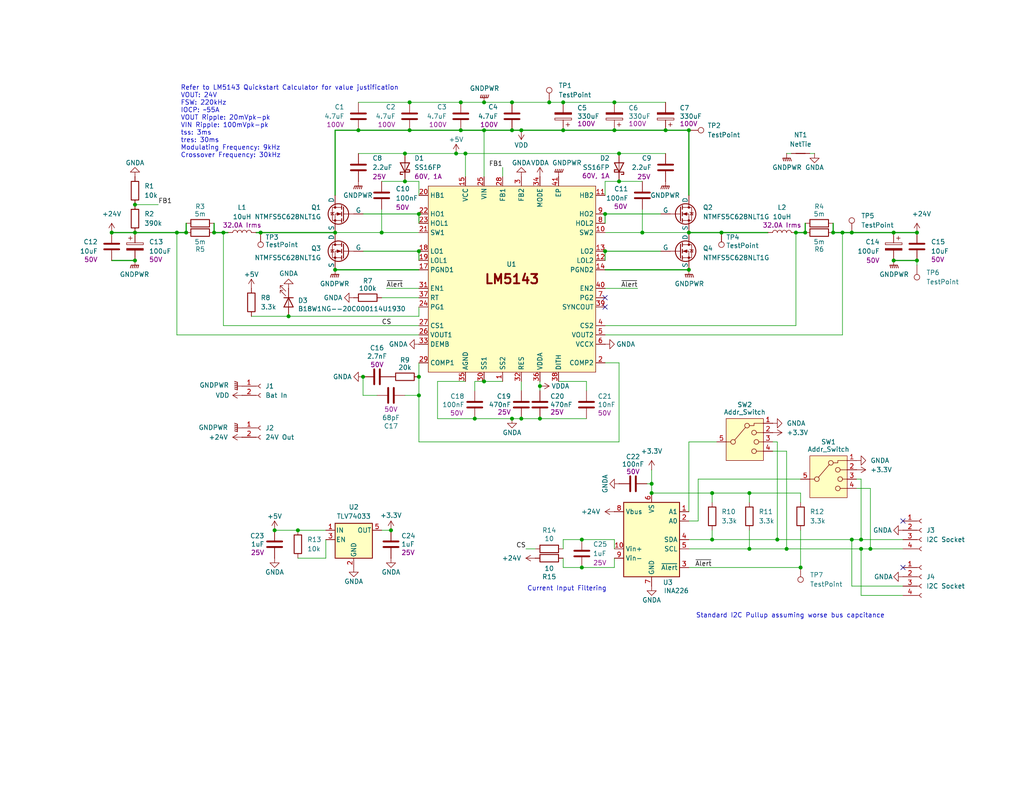
<source format=kicad_sch>
(kicad_sch (version 20250114) (generator "eeschema") (generator_version "9.0")
  (paper "USLetter")
  (title_block (title "LM5143 Buck") (date "2026-01-14") (rev "1"))
  (lib_symbols
    (symbol "Connector:Conn_01x02_Socket" (pin_names (offset 1.016) (hide yes))
      (property "Reference" "J" (at 0 2.54 0))
      (property "Value" "Conn_01x02_Socket" (at 0 -5.08 0))
      (symbol "Conn_01x02_Socket_1_1"
        (pin passive line (at -5.08 0 0) (length 3.81) (name "Pin_1") (number "1"))
        (pin passive line (at -5.08 -2.54 0) (length 3.81) (name "Pin_2") (number "2"))
      )
    )
    (symbol "Connector:Conn_01x04_Socket" (pin_names (offset 1.016) (hide yes))
      (property "Reference" "J" (at 0 5.08 0))
      (property "Value" "Conn_01x04_Socket" (at 0 -7.62 0))
      (symbol "Conn_01x04_Socket_1_1"
        (pin passive line (at -5.08 2.54 0) (length 3.81) (name "Pin_1") (number "1"))
        (pin passive line (at -5.08 0 0) (length 3.81) (name "Pin_2") (number "2"))
        (pin passive line (at -5.08 -2.54 0) (length 3.81) (name "Pin_3") (number "3"))
        (pin passive line (at -5.08 -5.08 0) (length 3.81) (name "Pin_4") (number "4"))
      )
    )
    (symbol "Connector:TestPoint" (pin_numbers (hide yes)) (pin_names (offset 0.762) (hide yes))
      (property "Reference" "TP" (at 0 6.858 0))
      (property "Value" "TestPoint" (at 0 5.08 0))
      (symbol "TestPoint_1_1"
        (pin passive line (at 0 0 90) (length 2.54) (name "1") (number "1"))
      )
    )
    (symbol "Device:C" (pin_numbers (hide yes)) (pin_names (offset 0.254))
      (property "Reference" "C" (at 0.635 2.54 0))
      (property "Value" "C" (at 0.635 -2.54 0))
      (symbol "C_1_1"
        (pin passive line (at 0 3.81 270) (length 2.794) (name "~") (number "1"))
        (pin passive line (at 0 -3.81 90) (length 2.794) (name "~") (number "2"))
      )
    )
    (symbol "Device:C_Polarized" (pin_numbers (hide yes)) (pin_names (offset 0.254))
      (property "Reference" "C" (at 0.635 2.54 0))
      (property "Value" "C_Polarized" (at 0.635 -2.54 0))
      (symbol "C_Polarized_1_1"
        (pin passive line (at 0 3.81 270) (length 2.794) (name "~") (number "1"))
        (pin passive line (at 0 -3.81 90) (length 2.794) (name "~") (number "2"))
      )
    )
    (symbol "Device:D_Schottky" (pin_numbers (hide yes)) (pin_names (offset 1.016) (hide yes))
      (property "Reference" "D" (at 0 2.54 0))
      (property "Value" "D_Schottky" (at 0 -2.54 0))
      (symbol "D_Schottky_1_1"
        (pin passive line (at -3.81 0 0) (length 2.54) (name "K") (number "1"))
        (pin passive line (at 3.81 0 180) (length 2.54) (name "A") (number "2"))
      )
    )
    (symbol "Device:L" (pin_numbers (hide yes)) (pin_names (offset 1.016) (hide yes))
      (property "Reference" "L" (at -1.27 0 90))
      (property "Value" "L" (at 1.905 0 90))
      (symbol "L_1_1"
        (pin passive line (at 0 3.81 270) (length 1.27) (name "1") (number "1"))
        (pin passive line (at 0 -3.81 90) (length 1.27) (name "2") (number "2"))
      )
    )
    (symbol "Device:LED" (pin_numbers (hide yes)) (pin_names (offset 1.016) (hide yes))
      (property "Reference" "D" (at 0 2.54 0))
      (property "Value" "LED" (at 0 -2.54 0))
      (symbol "LED_1_1"
        (pin passive line (at -3.81 0 0) (length 2.54) (name "K") (number "1"))
        (pin passive line (at 3.81 0 180) (length 2.54) (name "A") (number "2"))
      )
    )
    (symbol "Device:NetTie_2" (pin_numbers (hide yes)) (pin_names (offset 0) (hide yes)) (in_bom no)
      (property "Reference" "NT" (at 0 1.27 0))
      (property "Value" "NetTie_2" (at 0 -1.27 0))
      (symbol "NetTie_2_1_1"
        (pin passive line (at -2.54 0 0) (length 2.54) (name "1") (number "1"))
        (pin passive line (at 2.54 0 180) (length 2.54) (name "2") (number "2"))
      )
    )
    (symbol "Device:R" (pin_numbers (hide yes)) (pin_names (offset 0))
      (property "Reference" "R" (at 2.032 0 90))
      (property "Value" "R" (at 0 0 90))
      (symbol "R_1_1"
        (pin passive line (at 0 3.81 270) (length 1.27) (name "~") (number "1"))
        (pin passive line (at 0 -3.81 90) (length 1.27) (name "~") (number "2"))
      )
    )
    (symbol "Regulator_Linear:TLV70233_SOT23-5" (pin_names (offset 0.254))
      (property "Reference" "U" (at -3.81 5.715 0))
      (property "Value" "TLV70233_SOT23-5" (at 0 5.715 0))
      (symbol "TLV70233_SOT23-5_1_1"
        (pin power_in line (at -7.62 2.54 0) (length 2.54) (name "IN") (number "1"))
        (pin input line (at -7.62 0 0) (length 2.54) (name "EN") (number "3"))
        (pin power_in line (at 0 -7.62 90) (length 2.54) (name "GND") (number "2"))
        (pin no_connect line (at 5.08 0 180) (length 2.54) (hide yes) (name "NC") (number "4"))
        (pin power_out line (at 7.62 2.54 180) (length 2.54) (name "OUT") (number "5"))
      )
    )
    (symbol "Sensor_Energy:INA226"
      (property "Reference" "U" (at -6.35 11.43 0))
      (property "Value" "INA226" (at 3.81 11.43 0))
      (symbol "INA226_1_1"
        (pin input line (at -10.16 7.62 0) (length 2.54) (name "Vbus") (number "8"))
        (pin input line (at -10.16 -2.54 0) (length 2.54) (name "Vin+") (number "10"))
        (pin input line (at -10.16 -5.08 0) (length 2.54) (name "Vin-") (number "9"))
        (pin power_in line (at 0 12.7 270) (length 2.54) (name "VS") (number "6"))
        (pin power_in line (at 0 -12.7 90) (length 2.54) (name "GND") (number "7"))
        (pin input line (at 10.16 7.62 180) (length 2.54) (name "A1") (number "1"))
        (pin input line (at 10.16 5.08 180) (length 2.54) (name "A0") (number "2"))
        (pin bidirectional line (at 10.16 0 180) (length 2.54) (name "SDA") (number "4"))
        (pin input line (at 10.16 -2.54 180) (length 2.54) (name "SCL") (number "5"))
        (pin open_collector line (at 10.16 -7.62 180) (length 2.54) (name "~{Alert}") (number "3"))
      )
    )
    (symbol "Simulation_SPICE:NMOS" (pin_numbers (hide yes)) (pin_names (offset 0))
      (property "Reference" "Q1" (at 6.35 1.2701 0))
      (property "Value" "NTMFS5C628NLT1G" (at 6.35 -1.2699 0))
      (symbol "NMOS_1_1"
        (pin input line (at -5.08 0 0) (length 2.54) (name "G") (number "4"))
        (pin passive line (at 2.54 5.08 270) (length 2.54) (name "D") (number "5"))
        (pin passive line (at 2.54 -5.08 90) (length 2.54) (hide yes) (name "S") (number "1"))
        (pin passive line (at 2.54 -5.08 90) (length 2.54) (hide yes) (name "S") (number "2"))
        (pin passive line (at 2.54 -5.08 90) (length 2.54) (name "S") (number "3"))
      )
    )
    (symbol "Switch:SW_Rotary_1x4_MP" (pin_names (hide yes))
      (property "Reference" "J1" (at 0 10.16 0))
      (property "Value" "Addr_Jumper" (at 0 8.128 0))
      (symbol "SW_Rotary_1x4_MP_1_1"
        (pin passive line (at -7.62 0 0) (length 2.54) (name "") (number "5"))
        (pin passive line (at 7.62 5.08 180) (length 2.54) (name "") (number "1"))
        (pin passive line (at 7.62 2.54 180) (length 2.54) (name "") (number "2"))
        (pin passive line (at 7.62 0 180) (length 2.54) (name "") (number "3"))
        (pin passive line (at 7.62 -2.54 180) (length 2.54) (name "") (number "4"))
      )
    )
    (symbol "power:+24V" (power) (pin_numbers (hide yes)) (pin_names (offset 0) (hide yes))
      (property "Value" "+24V" (at 0 3.556 0))
      (symbol "+24V_1_1"
        (pin power_in line (at 0 0 90) (length 0) (name "~") (number "1"))
      )
    )
    (symbol "power:+3.3V" (power) (pin_numbers (hide yes)) (pin_names (offset 0) (hide yes))
      (property "Value" "+3.3V" (at 0 3.556 0))
      (symbol "+3.3V_1_1"
        (pin power_in line (at 0 0 90) (length 0) (name "~") (number "1"))
      )
    )
    (symbol "power:+5V" (power) (pin_numbers (hide yes)) (pin_names (offset 0) (hide yes))
      (property "Value" "+5V" (at 0 3.556 0))
      (symbol "+5V_1_1"
        (pin power_in line (at 0 0 90) (length 0) (name "~") (number "1"))
      )
    )
    (symbol "power:GNDA" (power) (pin_numbers (hide yes)) (pin_names (offset 0) (hide yes))
      (property "Value" "GNDA" (at 0 -3.81 0))
      (symbol "GNDA_1_1"
        (pin power_in line (at 0 0 270) (length 0) (name "~") (number "1"))
      )
    )
    (symbol "power:GNDPWR" (power) (pin_numbers (hide yes)) (pin_names (offset 0) (hide yes))
      (property "Value" "GNDPWR" (at 0 -3.302 0))
      (symbol "GNDPWR_1_1"
        (pin power_in line (at 0 0 270) (length 0) (name "~") (number "1"))
      )
    )
    (symbol "power:VDD" (power) (pin_numbers (hide yes)) (pin_names (offset 0) (hide yes))
      (property "Value" "VDD" (at 0 3.556 0))
      (symbol "VDD_1_1"
        (pin power_in line (at 0 0 90) (length 0) (name "~") (number "1"))
      )
    )
    (symbol "power:VDDA" (power) (pin_numbers (hide yes)) (pin_names (offset 0) (hide yes))
      (property "Value" "VDDA" (at 0 3.556 0))
      (symbol "VDDA_1_1"
        (pin power_in line (at 0 0 90) (length 0) (name "~") (number "1"))
      )
    )
    (symbol "symbols:LM5143"
      (property "Reference" "U" (at 0 0 0))
      (symbol "LM5143_1_1"
        (text "LM5143" (at 0 -30.48 0) (effects (font (size 2.54 2.54) (thickness 0.508) (bold yes))))
        (pin passive line (at -25.4 -7.62 0) (length 2.54) (name "HB1") (number "20"))
        (pin passive line (at -25.4 -12.7 0) (length 2.54) (name "HO1") (number "22"))
        (pin passive line (at -25.4 -15.24 0) (length 2.54) (name "HOL1") (number "23"))
        (pin passive line (at -25.4 -17.78 0) (length 2.54) (name "SW1") (number "21"))
        (pin passive line (at -25.4 -22.86 0) (length 2.54) (name "LO1") (number "18"))
        (pin passive line (at -25.4 -25.4 0) (length 2.54) (name "LOL1") (number "19"))
        (pin passive line (at -25.4 -27.94 0) (length 2.54) (name "PGND1") (number "17"))
        (pin passive line (at -25.4 -33.02 0) (length 2.54) (name "EN1") (number "31"))
        (pin passive line (at -25.4 -35.56 0) (length 2.54) (name "RT") (number "37"))
        (pin passive line (at -25.4 -38.1 0) (length 2.54) (name "PG1") (number "24"))
        (pin passive line (at -25.4 -43.18 0) (length 2.54) (name "CS1") (number "27"))
        (pin passive line (at -25.4 -45.72 0) (length 2.54) (name "VOUT1") (number "26"))
        (pin passive line (at -25.4 -48.26 0) (length 2.54) (name "DEMB") (number "33"))
        (pin passive line (at -25.4 -53.34 0) (length 2.54) (name "COMP1") (number "29"))
        (pin passive line (at -12.7 -2.54 270) (length 2.54) (name "VCC") (number "15"))
        (pin passive line (at -12.7 -2.54 270) (length 2.54) (hide yes) (name "VCC") (number "16"))
        (pin passive line (at -12.7 -58.42 90) (length 2.54) (name "AGND") (number "35"))
        (pin passive line (at -7.62 -2.54 270) (length 2.54) (name "VIN") (number "25"))
        (pin passive line (at -7.62 -58.42 90) (length 2.54) (name "SS1") (number "30"))
        (pin passive line (at -2.54 -2.54 270) (length 2.54) (name "FB1") (number "28"))
        (pin passive line (at -2.54 -58.42 90) (length 2.54) (name "SS2") (number "1"))
        (pin passive line (at 2.54 -2.54 270) (length 2.54) (name "FB2") (number "3"))
        (pin passive line (at 2.54 -58.42 90) (length 2.54) (name "RES") (number "32"))
        (pin passive line (at 7.62 -2.54 270) (length 2.54) (name "MODE") (number "34"))
        (pin passive line (at 7.62 -58.42 90) (length 2.54) (name "VDDA") (number "36"))
        (pin passive line (at 12.7 -2.54 270) (length 2.54) (name "EP") (number "41"))
        (pin passive line (at 12.7 -58.42 90) (length 2.54) (name "DITH") (number "38"))
        (pin passive line (at 25.4 -7.62 180) (length 2.54) (name "HB2") (number "11"))
        (pin passive line (at 25.4 -12.7 180) (length 2.54) (name "HO2") (number "9"))
        (pin passive line (at 25.4 -15.24 180) (length 2.54) (name "HOL2") (number "8"))
        (pin passive line (at 25.4 -17.78 180) (length 2.54) (name "SW2") (number "10"))
        (pin passive line (at 25.4 -22.86 180) (length 2.54) (name "LO2") (number "13"))
        (pin passive line (at 25.4 -25.4 180) (length 2.54) (name "LOL2") (number "12"))
        (pin passive line (at 25.4 -27.94 180) (length 2.54) (name "PGND2") (number "14"))
        (pin passive line (at 25.4 -33.02 180) (length 2.54) (name "EN2") (number "40"))
        (pin passive line (at 25.4 -35.56 180) (length 2.54) (name "PG2") (number "7"))
        (pin passive line (at 25.4 -38.1 180) (length 2.54) (name "SYNCOUT") (number "39"))
        (pin passive line (at 25.4 -43.18 180) (length 2.54) (name "CS2") (number "4"))
        (pin passive line (at 25.4 -45.72 180) (length 2.54) (name "VOUT2") (number "5"))
        (pin passive line (at 25.4 -48.26 180) (length 2.54) (name "VCCX") (number "6"))
        (pin passive line (at 25.4 -53.34 180) (length 2.54) (name "COMP2") (number "2"))
      )
    )
  )
  (text "Refer to LM5143 Quickstart Calculator for value justification\nVOUT: 24V\nFSW: 220kHz\nIOCP: ~55A\nVOUT Ripple: 20mVpk-pk\nVIN Ripple: 100mVpk-pk\ntss: 3ms\ntres: 30ms\nModulating Frequency: 9kHz\nCrossover Frequency: 30kHz" (at 49.276 33.274 0) (effects (font (size 1.27 1.27)) (justify left)))
  (text "Current Input Filtering" (at 154.686 160.782 0) (effects (font (size 1.27 1.27))))
  (text "Standard I2C Pullup assuming worse bus capcitance" (at 215.646 168.148 0) (effects (font (size 1.27 1.27))))
  (junction (at 187.96 63.5))
  (junction (at 232.41 147.32))
  (junction (at 181.61 35.56))
  (junction (at 114.3 102.87))
  (junction (at 165.1 68.58))
  (junction (at 177.8 132.08))
  (junction (at 139.7 35.56))
  (junction (at 124.46 41.91))
  (junction (at 229.87 63.5))
  (junction (at 196.85 63.5))
  (junction (at 36.83 63.5))
  (junction (at 91.44 63.5))
  (junction (at 243.84 71.12))
  (junction (at 74.93 144.78))
  (junction (at 132.08 27.94))
  (junction (at 58.42 63.5))
  (junction (at 99.06 102.87))
  (junction (at 36.83 71.12))
  (junction (at 132.08 35.56))
  (junction (at 111.76 27.94))
  (junction (at 218.44 154.94))
  (junction (at 232.41 63.5))
  (junction (at 139.7 27.94))
  (junction (at 81.28 144.78))
  (junction (at 147.32 114.3))
  (junction (at 125.73 27.94))
  (junction (at 132.08 104.14))
  (junction (at 97.79 35.56))
  (junction (at 48.26 63.5))
  (junction (at 142.24 114.3))
  (junction (at 165.1 58.42))
  (junction (at 60.96 63.5))
  (junction (at 212.09 147.32))
  (junction (at 111.76 35.56))
  (junction (at 147.32 105.41))
  (junction (at 127 41.91))
  (junction (at 167.64 35.56))
  (junction (at 50.8 63.5))
  (junction (at 217.17 63.5))
  (junction (at 139.7 114.3))
  (junction (at 125.73 35.56))
  (junction (at 114.3 107.95))
  (junction (at 167.64 27.94))
  (junction (at 175.26 63.5))
  (junction (at 187.96 73.66))
  (junction (at 110.49 49.53))
  (junction (at 194.31 147.32))
  (junction (at 114.3 68.58))
  (junction (at 158.75 147.32))
  (junction (at 237.49 149.86))
  (junction (at 78.74 86.36))
  (junction (at 158.75 154.94))
  (junction (at 91.44 73.66))
  (junction (at 110.49 41.91))
  (junction (at 204.47 134.62))
  (junction (at 168.91 49.53))
  (junction (at 219.71 63.5))
  (junction (at 204.47 149.86))
  (junction (at 214.63 149.86))
  (junction (at 187.96 35.56))
  (junction (at 129.54 114.3))
  (junction (at 168.91 41.91))
  (junction (at 114.3 58.42))
  (junction (at 104.14 63.5))
  (junction (at 142.24 35.56))
  (junction (at 234.95 147.32))
  (junction (at 194.31 134.62))
  (junction (at 106.68 144.78))
  (junction (at 250.19 63.5))
  (junction (at 177.8 134.62))
  (junction (at 71.12 63.5))
  (junction (at 153.67 27.94))
  (junction (at 30.48 63.5))
  (junction (at 149.86 27.94))
  (junction (at 36.83 55.88))
  (junction (at 250.19 71.12))
  (junction (at 153.67 35.56))
  (junction (at 227.33 63.5))
  (junction (at 234.95 149.86))
  (junction (at 243.84 63.5))
  (no_connect (at 246.38 154.94))
  (no_connect (at 165.1 83.82))
  (no_connect (at 165.1 81.28))
  (no_connect (at 246.38 142.24))
  (wire (pts (xy 119.38 114.3) (xy 129.54 114.3)))
  (wire (pts (xy 168.91 99.06) (xy 168.91 120.65)))
  (wire (pts (xy 214.63 149.86) (xy 234.95 149.86)))
  (wire (pts (xy 60.96 88.9) (xy 60.96 63.5)))
  (wire (pts (xy 212.09 120.65) (xy 210.82 120.65)))
  (wire (pts (xy 99.06 68.58) (xy 114.3 68.58)) (stroke (width 0.2032)))
  (wire (pts (xy 177.8 128.27) (xy 177.8 132.08)))
  (wire (pts (xy 187.96 120.65) (xy 187.96 139.7)))
  (wire (pts (xy 167.64 152.4) (xy 167.64 154.94)))
  (wire (pts (xy 250.19 72.39) (xy 250.19 71.12)))
  (wire (pts (xy 111.76 27.94) (xy 125.73 27.94)))
  (wire (pts (xy 88.9 152.4) (xy 81.28 152.4)))
  (wire (pts (xy 91.44 73.66) (xy 114.3 73.66)) (stroke (width 0.3048)))
  (wire (pts (xy 99.06 107.95) (xy 99.06 102.87)))
  (wire (pts (xy 48.26 63.5) (xy 48.26 91.44)))
  (wire (pts (xy 153.67 149.86) (xy 153.67 147.32)))
  (wire (pts (xy 194.31 134.62) (xy 194.31 137.16)))
  (wire (pts (xy 219.71 60.96) (xy 219.71 63.5)) (stroke (width 0.3048)))
  (wire (pts (xy 30.48 71.12) (xy 36.83 71.12)) (stroke (width 0.3048)))
  (wire (pts (xy 69.85 63.5) (xy 71.12 63.5)) (stroke (width 0.3048)))
  (wire (pts (xy 153.67 152.4) (xy 153.67 154.94)))
  (wire (pts (xy 125.73 27.94) (xy 132.08 27.94)))
  (wire (pts (xy 105.41 78.74) (xy 114.3 78.74)))
  (wire (pts (xy 168.91 49.53) (xy 165.1 49.53)))
  (wire (pts (xy 137.16 45.72) (xy 137.16 48.26)))
  (wire (pts (xy 102.87 107.95) (xy 99.06 107.95)))
  (wire (pts (xy 165.1 73.66) (xy 187.96 73.66)) (stroke (width 0.3048)))
  (wire (pts (xy 165.1 58.42) (xy 165.1 60.96)) (stroke (width 0.2032)))
  (wire (pts (xy 147.32 106.68) (xy 147.32 105.41)))
  (wire (pts (xy 91.44 63.5) (xy 104.14 63.5)))
  (wire (pts (xy 232.41 147.32) (xy 234.95 147.32)))
  (wire (pts (xy 114.3 120.65) (xy 114.3 107.95)))
  (wire (pts (xy 114.3 60.96) (xy 114.3 58.42)) (stroke (width 0.2032)))
  (wire (pts (xy 237.49 133.35) (xy 233.68 133.35)))
  (wire (pts (xy 127 41.91) (xy 168.91 41.91)))
  (wire (pts (xy 43.18 55.88) (xy 36.83 55.88)))
  (wire (pts (xy 180.34 58.42) (xy 165.1 58.42)) (stroke (width 0.2032)))
  (wire (pts (xy 60.96 63.5) (xy 62.23 63.5)) (stroke (width 0.3048)))
  (wire (pts (xy 168.91 41.91) (xy 181.61 41.91)))
  (wire (pts (xy 132.08 35.56) (xy 139.7 35.56)) (stroke (width 0.3048)))
  (wire (pts (xy 119.38 104.14) (xy 119.38 114.3)))
  (wire (pts (xy 177.8 132.08) (xy 177.8 134.62)))
  (wire (pts (xy 167.64 27.94) (xy 181.61 27.94)))
  (wire (pts (xy 142.24 114.3) (xy 147.32 114.3)))
  (wire (pts (xy 167.64 149.86) (xy 167.64 147.32)))
  (wire (pts (xy 97.79 35.56) (xy 111.76 35.56)) (stroke (width 0.3048)))
  (wire (pts (xy 114.3 88.9) (xy 60.96 88.9)))
  (wire (pts (xy 160.02 104.14) (xy 152.4 104.14)))
  (wire (pts (xy 180.34 68.58) (xy 165.1 68.58)) (stroke (width 0.2032)))
  (wire (pts (xy 250.19 71.12) (xy 243.84 71.12)) (stroke (width 0.3048)))
  (wire (pts (xy 243.84 63.5) (xy 250.19 63.5)) (stroke (width 0.3048)))
  (wire (pts (xy 147.32 114.3) (xy 160.02 114.3)))
  (wire (pts (xy 204.47 134.62) (xy 204.47 137.16)))
  (wire (pts (xy 71.12 63.5) (xy 91.44 63.5)) (stroke (width 0.3048)))
  (wire (pts (xy 212.09 147.32) (xy 212.09 120.65)))
  (wire (pts (xy 114.3 49.53) (xy 114.3 53.34)))
  (wire (pts (xy 234.95 162.56) (xy 234.95 149.86)))
  (wire (pts (xy 142.24 106.68) (xy 142.24 104.14)))
  (wire (pts (xy 139.7 27.94) (xy 149.86 27.94)))
  (wire (pts (xy 187.96 53.34) (xy 187.96 35.56)) (stroke (width 0.3048)))
  (wire (pts (xy 181.61 35.56) (xy 187.96 35.56)) (stroke (width 0.3048)))
  (wire (pts (xy 167.64 154.94) (xy 158.75 154.94)))
  (wire (pts (xy 48.26 63.5) (xy 50.8 63.5)) (stroke (width 0.3048)))
  (wire (pts (xy 168.91 120.65) (xy 114.3 120.65)))
  (wire (pts (xy 104.14 57.15) (xy 104.14 63.5)))
  (wire (pts (xy 194.31 147.32) (xy 212.09 147.32)))
  (wire (pts (xy 114.3 68.58) (xy 114.3 71.12)) (stroke (width 0.2032)))
  (wire (pts (xy 111.76 35.56) (xy 125.73 35.56)) (stroke (width 0.3048)))
  (wire (pts (xy 139.7 35.56) (xy 142.24 35.56)))
  (wire (pts (xy 99.06 58.42) (xy 114.3 58.42)) (stroke (width 0.2032)))
  (wire (pts (xy 165.1 68.58) (xy 165.1 71.12)) (stroke (width 0.2032)))
  (wire (pts (xy 229.87 91.44) (xy 229.87 63.5)))
  (wire (pts (xy 104.14 63.5) (xy 114.3 63.5)))
  (wire (pts (xy 139.7 114.3) (xy 142.24 114.3)))
  (wire (pts (xy 167.64 147.32) (xy 158.75 147.32)))
  (wire (pts (xy 81.28 144.78) (xy 88.9 144.78)))
  (wire (pts (xy 187.96 149.86) (xy 204.47 149.86)))
  (wire (pts (xy 214.63 149.86) (xy 214.63 123.19)))
  (wire (pts (xy 209.55 63.5) (xy 196.85 63.5)) (stroke (width 0.3048)))
  (wire (pts (xy 97.79 27.94) (xy 111.76 27.94)))
  (wire (pts (xy 110.49 107.95) (xy 114.3 107.95)))
  (wire (pts (xy 234.95 147.32) (xy 246.38 147.32)))
  (wire (pts (xy 204.47 134.62) (xy 218.44 134.62)))
  (wire (pts (xy 195.58 120.65) (xy 187.96 120.65)))
  (wire (pts (xy 143.51 149.86) (xy 146.05 149.86)))
  (wire (pts (xy 48.26 63.5) (xy 50.8 63.5)))
  (wire (pts (xy 153.67 154.94) (xy 158.75 154.94)))
  (wire (pts (xy 139.7 35.56) (xy 142.24 35.56)) (stroke (width 0.3048)))
  (wire (pts (xy 104.14 81.28) (xy 114.3 81.28)))
  (wire (pts (xy 165.1 88.9) (xy 217.17 88.9)))
  (wire (pts (xy 234.95 147.32) (xy 234.95 130.81)))
  (wire (pts (xy 187.96 154.94) (xy 218.44 154.94)))
  (wire (pts (xy 194.31 134.62) (xy 204.47 134.62)))
  (wire (pts (xy 220.98 41.91) (xy 222.25 41.91)))
  (wire (pts (xy 165.1 91.44) (xy 229.87 91.44)))
  (wire (pts (xy 50.8 60.96) (xy 50.8 63.5)) (stroke (width 0.3048)))
  (wire (pts (xy 204.47 149.86) (xy 204.47 144.78)))
  (wire (pts (xy 214.63 41.91) (xy 215.9 41.91)))
  (wire (pts (xy 129.54 106.68) (xy 129.54 104.14)))
  (wire (pts (xy 217.17 88.9) (xy 217.17 63.5)))
  (wire (pts (xy 125.73 35.56) (xy 132.08 35.56)) (stroke (width 0.3048)))
  (wire (pts (xy 218.44 134.62) (xy 218.44 137.16)))
  (wire (pts (xy 212.09 147.32) (xy 232.41 147.32)))
  (wire (pts (xy 190.5 130.81) (xy 218.44 130.81)))
  (wire (pts (xy 227.33 63.5) (xy 229.87 63.5)) (stroke (width 0.3048)))
  (wire (pts (xy 127 41.91) (xy 127 48.26)))
  (wire (pts (xy 165.1 78.74) (xy 173.99 78.74)))
  (wire (pts (xy 78.74 86.36) (xy 114.3 86.36)))
  (wire (pts (xy 114.3 102.87) (xy 114.3 99.06)))
  (wire (pts (xy 167.64 35.56) (xy 181.61 35.56)) (stroke (width 0.3048)))
  (wire (pts (xy 237.49 149.86) (xy 246.38 149.86)))
  (wire (pts (xy 165.1 99.06) (xy 168.91 99.06)))
  (wire (pts (xy 229.87 63.5) (xy 232.41 63.5)) (stroke (width 0.3048)))
  (wire (pts (xy 234.95 149.86) (xy 237.49 149.86)))
  (wire (pts (xy 232.41 63.5) (xy 243.84 63.5)) (stroke (width 0.3048)))
  (wire (pts (xy 227.33 60.96) (xy 227.33 63.5)) (stroke (width 0.3048)))
  (wire (pts (xy 176.53 132.08) (xy 177.8 132.08)))
  (wire (pts (xy 142.24 35.56) (xy 153.67 35.56)) (stroke (width 0.3048)))
  (wire (pts (xy 218.44 154.94) (xy 218.44 144.78)))
  (wire (pts (xy 168.91 49.53) (xy 175.26 49.53)))
  (wire (pts (xy 177.8 134.62) (xy 194.31 134.62)))
  (wire (pts (xy 194.31 147.32) (xy 187.96 147.32)))
  (wire (pts (xy 234.95 130.81) (xy 233.68 130.81)))
  (wire (pts (xy 204.47 149.86) (xy 214.63 149.86)))
  (wire (pts (xy 91.44 35.56) (xy 97.79 35.56)) (stroke (width 0.3048)))
  (wire (pts (xy 124.46 41.91) (xy 127 41.91)))
  (wire (pts (xy 175.26 57.15) (xy 175.26 63.5)))
  (wire (pts (xy 58.42 60.96) (xy 58.42 63.5)) (stroke (width 0.3048)))
  (wire (pts (xy 132.08 104.14) (xy 137.16 104.14)))
  (wire (pts (xy 153.67 147.32) (xy 158.75 147.32)))
  (wire (pts (xy 190.5 142.24) (xy 187.96 142.24)))
  (wire (pts (xy 74.93 144.78) (xy 81.28 144.78)))
  (wire (pts (xy 30.48 63.5) (xy 36.83 63.5)) (stroke (width 0.3048)))
  (wire (pts (xy 68.58 86.36) (xy 78.74 86.36)))
  (wire (pts (xy 149.86 27.94) (xy 153.67 27.94)))
  (wire (pts (xy 160.02 106.68) (xy 160.02 104.14)))
  (wire (pts (xy 147.32 105.41) (xy 147.32 104.14)))
  (wire (pts (xy 217.17 63.5) (xy 219.71 63.5)) (stroke (width 0.3048)))
  (wire (pts (xy 129.54 104.14) (xy 132.08 104.14)))
  (wire (pts (xy 153.67 35.56) (xy 167.64 35.56)) (stroke (width 0.3048)))
  (wire (pts (xy 175.26 63.5) (xy 187.96 63.5)))
  (wire (pts (xy 237.49 149.86) (xy 237.49 133.35)))
  (wire (pts (xy 190.5 130.81) (xy 190.5 142.24)))
  (wire (pts (xy 165.1 63.5) (xy 175.26 63.5)))
  (wire (pts (xy 91.44 53.34) (xy 91.44 35.56)) (stroke (width 0.3048)))
  (wire (pts (xy 153.67 27.94) (xy 167.64 27.94)))
  (wire (pts (xy 114.3 107.95) (xy 114.3 102.87)))
  (wire (pts (xy 132.08 35.56) (xy 132.08 48.26)))
  (wire (pts (xy 48.26 91.44) (xy 114.3 91.44)))
  (wire (pts (xy 194.31 147.32) (xy 194.31 144.78)))
  (wire (pts (xy 232.41 160.02) (xy 232.41 147.32)))
  (wire (pts (xy 104.14 144.78) (xy 106.68 144.78)))
  (wire (pts (xy 114.3 83.82) (xy 114.3 86.36)))
  (wire (pts (xy 132.08 27.94) (xy 139.7 27.94)))
  (wire (pts (xy 196.85 63.5) (xy 187.96 63.5)) (stroke (width 0.3048)))
  (wire (pts (xy 214.63 123.19) (xy 210.82 123.19)))
  (wire (pts (xy 246.38 160.02) (xy 232.41 160.02)))
  (wire (pts (xy 36.83 63.5) (xy 48.26 63.5)) (stroke (width 0.3048)))
  (wire (pts (xy 119.38 104.14) (xy 127 104.14)))
  (wire (pts (xy 97.79 41.91) (xy 110.49 41.91)))
  (wire (pts (xy 88.9 147.32) (xy 88.9 152.4)))
  (wire (pts (xy 104.14 49.53) (xy 110.49 49.53)))
  (wire (pts (xy 58.42 63.5) (xy 60.96 63.5)) (stroke (width 0.3048)))
  (wire (pts (xy 129.54 114.3) (xy 139.7 114.3)))
  (wire (pts (xy 110.49 41.91) (xy 124.46 41.91)))
  (wire (pts (xy 229.87 63.5) (xy 227.33 63.5)))
  (wire (pts (xy 125.73 35.56) (xy 132.08 35.56)))
  (wire (pts (xy 110.49 49.53) (xy 114.3 49.53)))
  (wire (pts (xy 165.1 49.53) (xy 165.1 53.34)))
  (wire (pts (xy 246.38 162.56) (xy 234.95 162.56)))
  (label "FB1" (at 43.18 55.88 0))
  (label "~{Alert}" (at 173.99 78.74 180))
  (label "CS" (at 104.14 88.9 0))
  (label "FB1" (at 137.16 45.72 180))
  (label "~{Alert}" (at 105.41 78.74 0))
  (label "CS" (at 143.51 149.86 180))
  (label "~{Alert}" (at 194.1983 154.94 180))
  (symbol (lib_id "power:GNDA") (at 165.1 93.98 90) (unit 1)
    (property "Reference" "#PWR022" (effects (hide yes)))
    (property "Value" "GNDA" (at 168.148 93.98 90) (effects (justify right)))
    (property "Description" "Power symbol creates a global label with name \"GNDA\" , analog ground" (effects (hide yes)))
  )
  (symbol (lib_id "Device:R") (at 81.28 148.59 0) (unit 1)
    (property "Reference" "R13" (at 83.82 147.3199 0) (effects (justify left)))
    (property "Value" "10k" (at 83.82 149.8599 0) (effects (justify left)))
    (property "Footprint" "Resistor_SMD:R_0603_1608Metric" (effects (hide yes)))
    (property "Description" "Resistor" (effects (hide yes)))
  )
  (symbol (lib_id "Device:C") (at 30.48 67.31 0) (mirror y) (unit 1)
    (property "Reference" "C12" (at 26.67 66.0399 0) (effects (justify left)))
    (property "Value" "10uF" (at 26.67 68.5799 0) (effects (justify left)))
    (property "Footprint" "Capacitor_SMD:C_1210_3225Metric" (effects (hide yes)))
    (property "Description" "Unpolarized capacitor" (effects (hide yes)))
    (property "Voltage" "50V" (at 26.67 70.866 0) (effects (justify left)))
  )
  (symbol (lib_id "power:GNDPWR") (at 66.04 116.84 270) (unit 1)
    (property "Reference" "#PWR028" (effects (hide yes)))
    (property "Value" "GNDPWR" (at 62.23 116.7129 90) (effects (justify right)))
    (property "Description" "Power symbol creates a global label with name \"GNDPWR\" , global ground" (effects (hide yes)))
  )
  (symbol (lib_id "Simulation_SPICE:NMOS") (at 93.98 68.58 0) (mirror y) (unit 1)
    (property "Reference" "Q3" (at 87.63 67.818 0) (effects (justify left)))
    (property "Value" "NTMFS5C628NLT1G" (at 87.63 70.358 0) (effects (justify left)))
    (property "Footprint" "Package_SO:ONSemi_SO-8FL_488AA" (effects (hide yes)))
    (property "Datasheet" "https://ngspice.sourceforge.io/docs/ngspice-html-manual/manual.xhtml#cha_MOSFETs" (effects (hide yes)))
    (property "Description" "N-MOSFET transistor, drain/source/gate" (effects (hide yes)))
    (property "Sim.Device" "NMOS" (effects (hide yes)))
    (property "Sim.Type" "VDMOS" (effects (hide yes)))
    (property "Sim.Pins" "1=S 2=S 3=S 4=G 5=D" (effects (hide yes)))
  )
  (symbol (lib_id "power:GNDA") (at 78.74 78.74 180) (unit 1)
    (property "Reference" "#PWR019" (effects (hide yes)))
    (property "Value" "GNDA" (at 78.74 74.676 0))
    (property "Description" "Power symbol creates a global label with name \"GNDA\" , analog ground" (effects (hide yes)))
  )
  (symbol (lib_id "Device:C_Polarized") (at 36.83 67.31 0) (unit 1)
    (property "Reference" "C13" (at 40.64 66.04 0) (effects (justify left)))
    (property "Value" "100uF" (at 40.64 68.58 0) (effects (justify left)))
    (property "Footprint" "Capacitor_THT:CP_Radial_D8.0mm_P3.50mm" (effects (hide yes)))
    (property "Description" "Polarized capacitor" (effects (hide yes)))
    (property "Voltage" "50V" (at 40.64 70.866 0) (effects (justify left)))
  )
  (symbol (lib_id "Connector:TestPoint") (at 250.19 72.39 180) (unit 1)
    (property "Reference" "TP6" (at 252.73 74.4219 0) (effects (justify right)))
    (property "Value" "TestPoint" (at 252.73 76.9619 0) (effects (justify right)))
    (property "Footprint" "TestPoint:TestPoint_Keystone_5000-5004_Miniature" (effects (hide yes)))
    (property "Description" "test point" (effects (hide yes)))
  )
  (symbol (lib_id "Switch:SW_Rotary_1x4_MP") (at 226.06 130.81 0) (unit 1)
    (property "Reference" "SW1" (at 226.06 120.65 0))
    (property "Value" "Addr_Switch" (at 226.06 122.682 0))
    (property "Footprint" "footprints:SLW-1478144-5A-S-D" (effects (hide yes)))
    (property "Description" "Rotary switch 1x4, SP4T with mount point" (effects (hide yes)))
  )
  (symbol (lib_id "Connector:TestPoint") (at 71.12 63.5 180) (unit 1)
    (property "Reference" "TP3" (at 72.39 64.77 0) (effects (justify right)))
    (property "Value" "TestPoint" (at 72.39 66.802 0) (effects (justify right)))
    (property "Footprint" "TestPoint:TestPoint_Keystone_5000-5004_Miniature" (effects (hide yes)))
    (property "Description" "test point" (effects (hide yes)))
  )
  (symbol (lib_id "power:GNDA") (at 139.7 114.3 0) (unit 1)
    (property "Reference" "#PWR026" (effects (hide yes)))
    (property "Value" "GNDA" (at 139.7 118.11 0))
    (property "Description" "Power symbol creates a global label with name \"GNDA\" , analog ground" (effects (hide yes)))
  )
  (symbol (lib_id "power:GNDA") (at 233.68 125.73 90) (unit 1)
    (property "Reference" "#PWR031" (effects (hide yes)))
    (property "Value" "GNDA" (at 237.49 125.7299 90) (effects (justify right)))
    (property "Description" "Power symbol creates a global label with name \"GNDA\" , analog ground" (effects (hide yes)))
  )
  (symbol (lib_id "power:+24V") (at 30.48 63.5 0) (unit 1)
    (property "Reference" "#PWR012" (effects (hide yes)))
    (property "Value" "+24V" (at 30.48 58.42 0))
    (property "Description" "Power symbol creates a global label with name \"+24V\"" (effects (hide yes)))
  )
  (symbol (lib_id "power:GNDA") (at 96.52 154.94 0) (unit 1)
    (property "Reference" "#PWR042" (effects (hide yes)))
    (property "Value" "GNDA" (at 96.52 158.75 0))
    (property "Description" "Power symbol creates a global label with name \"GNDA\" , analog ground" (effects (hide yes)))
  )
  (symbol (lib_id "Simulation_SPICE:NMOS") (at 185.42 68.58 0) (unit 1)
    (property "Reference" "Q4" (at 191.77 67.818 0) (effects (justify left)))
    (property "Value" "NTMFS5C628NLT1G" (at 191.77 70.358 0) (effects (justify left)))
    (property "Footprint" "Package_SO:ONSemi_SO-8FL_488AA" (effects (hide yes)))
    (property "Datasheet" "https://ngspice.sourceforge.io/docs/ngspice-html-manual/manual.xhtml#cha_MOSFETs" (effects (hide yes)))
    (property "Description" "N-MOSFET transistor, drain/source/gate" (effects (hide yes)))
    (property "Sim.Device" "NMOS" (effects (hide yes)))
    (property "Sim.Type" "VDMOS" (effects (hide yes)))
    (property "Sim.Pins" "1=S 2=S 3=S 4=G 5=D" (effects (hide yes)))
  )
  (symbol (lib_id "power:GNDA") (at 246.38 157.48 270) (unit 1)
    (property "Reference" "#PWR043" (effects (hide yes)))
    (property "Value" "GNDA" (at 241.046 157.48 90))
    (property "Description" "Power symbol creates a global label with name \"GNDA\" , analog ground" (effects (hide yes)))
  )
  (symbol (lib_id "Device:R") (at 204.47 140.97 0) (unit 1)
    (property "Reference" "R11" (at 207.01 139.6999 0) (effects (justify left)))
    (property "Value" "3.3k" (at 207.01 142.2399 0) (effects (justify left)))
    (property "Footprint" "Resistor_SMD:R_0603_1608Metric" (effects (hide yes)))
    (property "Description" "Resistor" (effects (hide yes)))
  )
  (symbol (lib_id "Connector:TestPoint") (at 196.85 63.5 180) (unit 1)
    (property "Reference" "TP4" (at 198.12 64.77 0) (effects (justify right)))
    (property "Value" "TestPoint" (at 198.12 67.056 0) (effects (justify right)))
    (property "Footprint" "TestPoint:TestPoint_Keystone_5000-5004_Miniature" (effects (hide yes)))
    (property "Description" "test point" (effects (hide yes)))
  )
  (symbol (lib_id "Device:R") (at 223.52 63.5 90) (mirror x) (unit 1)
    (property "Reference" "R6" (at 223.52 68.072 90))
    (property "Value" "5m" (at 223.52 66.04 90))
    (property "Footprint" "footprints:PCSR2512_Alt" (effects (hide yes)))
    (property "Description" "Resistor" (effects (hide yes)))
  )
  (symbol (lib_id "Device:D_Schottky") (at 168.91 45.72 270) (mirror x) (unit 1)
    (property "Reference" "D2" (at 166.37 43.18 90) (effects (justify right)))
    (property "Value" "SS16FP" (at 166.37 45.72 90) (effects (justify right)))
    (property "Footprint" "Diode_SMD:D_SMA" (effects (hide yes)))
    (property "Description" "Schottky diode" (effects (hide yes)))
    (property "Descr" "60V, 1A" (at 166.37 48.006 90) (effects (justify right)))
  )
  (symbol (lib_id "symbols:LM5143") (at 139.7 45.72 0) (unit 1)
    (property "Reference" "U1" (at 138.176 72.136 0) (effects (justify left)))
    (property "Footprint" "footprints:Texas_VQFN-40-1EP_6x6mm_P0.5mm_EP3.3x3.3mm_ThermalVias" (effects (hide yes)))
  )
  (symbol (lib_id "power:GNDA") (at 36.83 48.26 180) (unit 1)
    (property "Reference" "#PWR06" (effects (hide yes)))
    (property "Value" "GNDA" (at 36.83 44.45 0))
    (property "Description" "Power symbol creates a global label with name \"GNDA\" , analog ground" (effects (hide yes)))
  )
  (symbol (lib_id "Device:C") (at 125.73 31.75 0) (mirror y) (unit 1)
    (property "Reference" "C3" (at 121.92 29.21 0) (effects (justify left)))
    (property "Value" "4.7uF" (at 121.92 31.75 0) (effects (justify left)))
    (property "Footprint" "Capacitor_SMD:C_1210_3225Metric" (effects (hide yes)))
    (property "Description" "Unpolarized capacitor" (effects (hide yes)))
    (property "Voltage" "100V" (at 121.92 34.0361 0) (effects (justify left)))
  )
  (symbol (lib_id "power:+3.3V") (at 210.82 118.11 270) (unit 1)
    (property "Reference" "#PWR029" (effects (hide yes)))
    (property "Value" "+3.3V" (at 214.63 118.1099 90) (effects (justify left)))
    (property "Description" "Power symbol creates a global label with name \"+3.3V\"" (effects (hide yes)))
  )
  (symbol (lib_id "power:+3.3V") (at 177.8 128.27 0) (unit 1)
    (property "Reference" "#PWR033" (effects (hide yes)))
    (property "Value" "+3.3V" (at 177.8 123.19 0))
    (property "Description" "Power symbol creates a global label with name \"+3.3V\"" (effects (hide yes)))
  )
  (symbol (lib_id "Regulator_Linear:TLV70233_SOT23-5") (at 96.52 147.32 0) (unit 1)
    (property "Reference" "U2" (at 96.52 138.43 0))
    (property "Value" "TLV74033" (at 96.52 140.97 0))
    (property "Footprint" "Package_TO_SOT_SMD:SOT-23-5" (effects (hide yes)))
    (property "Datasheet" "http://www.ti.com/lit/ds/symlink/tlv702.pdf" (effects (hide yes)))
    (property "Description" "300mA Low Dropout Voltage Regulator, Fixed Output 3.3V, SOT-23-5" (effects (hide yes)))
  )
  (symbol (lib_id "Connector:Conn_01x04_Socket") (at 251.46 157.48 0) (unit 1)
    (property "Reference" "J4" (at 252.73 157.4799 0) (effects (justify left)))
    (property "Value" "I2C Socket" (at 252.73 160.0199 0) (effects (justify left)))
    (property "Footprint" "Connector_JST:JST_GH_SM04B-GHS-TB_1x04-1MP_P1.25mm_Horizontal" (effects (hide yes)))
    (property "Description" "Generic connector, single row, 01x04, script generated" (effects (hide yes)))
  )
  (symbol (lib_id "Simulation_SPICE:NMOS") (at 93.98 58.42 0) (mirror y) (unit 1)
    (property "Reference" "Q1" (at 87.63 56.642 0) (effects (justify left)))
    (property "Value" "NTMFS5C628NLT1G" (at 87.63 59.182 0) (effects (justify left)))
    (property "Footprint" "Package_SO:ONSemi_SO-8FL_488AA" (effects (hide yes)))
    (property "Datasheet" "https://ngspice.sourceforge.io/docs/ngspice-html-manual/manual.xhtml#cha_MOSFETs" (effects (hide yes)))
    (property "Description" "N-MOSFET transistor, drain/source/gate" (effects (hide yes)))
    (property "Sim.Device" "NMOS" (effects (hide yes)))
    (property "Sim.Type" "VDMOS" (effects (hide yes)))
    (property "Sim.Pins" "1=S 2=S 3=S 4=G 5=D" (effects (hide yes)))
  )
  (symbol (lib_id "Device:C") (at 158.75 151.13 0) (unit 1)
    (property "Reference" "C25" (at 161.798 148.59 0) (effects (justify left)))
    (property "Value" "1uF" (at 161.798 151.13 0) (effects (justify left)))
    (property "Footprint" "Capacitor_SMD:C_0603_1608Metric" (effects (hide yes)))
    (property "Description" "Unpolarized capacitor" (effects (hide yes)))
    (property "Voltage" "25V" (at 161.798 153.67 0) (effects (justify left)))
  )
  (symbol (lib_id "Device:C") (at 142.24 110.49 0) (mirror y) (unit 1)
    (property "Reference" "C19" (at 139.446 108.204 0) (effects (justify left)))
    (property "Value" "470nF" (at 139.446 110.49 0) (effects (justify left)))
    (property "Footprint" "Capacitor_SMD:C_0603_1608Metric" (effects (hide yes)))
    (property "Description" "Unpolarized capacitor" (effects (hide yes)))
    (property "Voltage" "25V" (at 139.446 112.522 0) (effects (justify left)))
  )
  (symbol (lib_id "power:GNDA") (at 210.82 115.57 90) (unit 1)
    (property "Reference" "#PWR027" (effects (hide yes)))
    (property "Value" "GNDA" (at 214.63 115.5699 90) (effects (justify right)))
    (property "Description" "Power symbol creates a global label with name \"GNDA\" , analog ground" (effects (hide yes)))
  )
  (symbol (lib_id "power:+3.3V") (at 233.68 128.27 270) (unit 1)
    (property "Reference" "#PWR032" (effects (hide yes)))
    (property "Value" "+3.3V" (at 237.49 128.2699 90) (effects (justify left)))
    (property "Description" "Power symbol creates a global label with name \"+3.3V\"" (effects (hide yes)))
  )
  (symbol (lib_id "Device:C_Polarized") (at 167.64 31.75 180) (unit 1)
    (property "Reference" "C6" (at 171.45 29.464 0) (effects (justify right)))
    (property "Value" "330uF" (at 171.45 31.75 0) (effects (justify right)))
    (property "Footprint" "Capacitor_THT:CP_Radial_D12.5mm_P5.00mm" (effects (hide yes)))
    (property "Description" "Polarized capacitor" (effects (hide yes)))
    (property "Voltage" "100V" (at 171.45 33.782 0) (effects (justify right)))
  )
  (symbol (lib_id "Connector:TestPoint") (at 187.96 35.56 270) (unit 1)
    (property "Reference" "TP2" (at 193.04 34.2899 90) (effects (justify left)))
    (property "Value" "TestPoint" (at 193.04 36.8299 90) (effects (justify left)))
    (property "Footprint" "TestPoint:TestPoint_Keystone_5000-5004_Miniature" (effects (hide yes)))
    (property "Description" "test point" (effects (hide yes)))
  )
  (symbol (lib_id "Device:L") (at 213.36 63.5 270) (mirror x) (unit 1)
    (property "Reference" "L2" (at 213.36 56.642 90))
    (property "Value" "10uH" (at 213.36 59.182 90))
    (property "Footprint" "footprints:ER26A" (effects (hide yes)))
    (property "Description" "Inductor" (effects (hide yes)))
    (property "Irms" "32.0A Irms" (at 213.36 61.468 90))
  )
  (symbol (lib_id "power:GNDA") (at 222.25 41.91 0) (unit 1)
    (property "Reference" "#PWR05" (effects (hide yes)))
    (property "Value" "GNDA" (at 222.25 45.72 0))
    (property "Description" "Power symbol creates a global label with name \"GNDA\" , analog ground" (effects (hide yes)))
  )
  (symbol (lib_id "Device:C") (at 104.14 53.34 0) (unit 1)
    (property "Reference" "C10" (at 107.95 51.562 0) (effects (justify left)))
    (property "Value" "100nF" (at 107.95 54.102 0) (effects (justify left)))
    (property "Footprint" "Capacitor_SMD:C_0603_1608Metric" (effects (hide yes)))
    (property "Description" "Unpolarized capacitor" (effects (hide yes)))
    (property "Voltage" "50V" (at 107.95 56.6421 0) (effects (justify left)))
  )
  (symbol (lib_id "Device:C") (at 181.61 45.72 0) (mirror y) (unit 1)
    (property "Reference" "C9" (at 177.8 43.18 0) (effects (justify left)))
    (property "Value" "2.2uF" (at 177.8 45.72 0) (effects (justify left)))
    (property "Footprint" "Capacitor_SMD:C_0805_2012Metric" (effects (hide yes)))
    (property "Description" "Unpolarized capacitor" (effects (hide yes)))
    (property "Voltage" "25V" (at 177.546 48.2601 0) (effects (justify left)))
  )
  (symbol (lib_id "power:+5V") (at 68.58 78.74 0) (unit 1)
    (property "Reference" "#PWR018" (effects (hide yes)))
    (property "Value" "+5V" (at 68.58 74.93 0))
    (property "Description" "Power symbol creates a global label with name \"+5V\"" (effects (hide yes)))
  )
  (symbol (lib_id "power:GNDA") (at 106.68 152.4 0) (unit 1)
    (property "Reference" "#PWR040" (effects (hide yes)))
    (property "Value" "GNDA" (at 106.68 156.21 0))
    (property "Description" "Power symbol creates a global label with name \"GNDA\" , analog ground" (effects (hide yes)))
  )
  (symbol (lib_id "Device:L") (at 66.04 63.5 270) (mirror x) (unit 1)
    (property "Reference" "L1" (at 66.04 56.642 90))
    (property "Value" "10uH" (at 66.04 59.182 90))
    (property "Footprint" "footprints:ER26A" (effects (hide yes)))
    (property "Description" "Inductor" (effects (hide yes)))
    (property "Irms" "32.0A Irms" (at 66.04 61.468 90))
  )
  (symbol (lib_id "Device:C_Polarized") (at 153.67 31.75 180) (unit 1)
    (property "Reference" "C5" (at 157.48 29.464 0) (effects (justify right)))
    (property "Value" "330uF" (at 157.48 31.75 0) (effects (justify right)))
    (property "Footprint" "Capacitor_THT:CP_Radial_D12.5mm_P5.00mm" (effects (hide yes)))
    (property "Description" "Polarized capacitor" (effects (hide yes)))
    (property "Voltage" "100V" (at 157.48 33.782 0) (effects (justify right)))
  )
  (symbol (lib_id "Device:C") (at 97.79 45.72 0) (unit 1)
    (property "Reference" "C8" (at 101.6 43.18 0) (effects (justify left)))
    (property "Value" "2.2uF" (at 101.6 45.72 0) (effects (justify left)))
    (property "Footprint" "Capacitor_SMD:C_0805_2012Metric" (effects (hide yes)))
    (property "Description" "Unpolarized capacitor" (effects (hide yes)))
    (property "Voltage" "25V" (at 101.6 48.26 0) (effects (justify left)))
  )
  (symbol (lib_id "power:GNDPWR") (at 36.83 71.12 0) (unit 1)
    (property "Reference" "#PWR014" (effects (hide yes)))
    (property "Value" "GNDPWR" (at 36.703 74.93 0))
    (property "Description" "Power symbol creates a global label with name \"GNDPWR\" , global ground" (effects (hide yes)))
  )
  (symbol (lib_id "power:VDDA") (at 147.32 105.41 270) (unit 1)
    (property "Reference" "#PWR045" (effects (hide yes)))
    (property "Value" "VDDA" (at 152.908 105.41 90))
    (property "Description" "Power symbol creates a global label with name \"VDDA\"" (effects (hide yes)))
  )
  (symbol (lib_id "power:+5V") (at 124.46 41.91 0) (unit 1)
    (property "Reference" "#PWR03" (effects (hide yes)))
    (property "Value" "+5V" (at 124.46 38.1 0))
    (property "Description" "Power symbol creates a global label with name \"+5V\"" (effects (hide yes)))
  )
  (symbol (lib_id "power:+24V") (at 66.04 119.38 90) (unit 1)
    (property "Reference" "#PWR030" (effects (hide yes)))
    (property "Value" "+24V" (at 62.23 119.3799 90) (effects (justify left)))
    (property "Description" "Power symbol creates a global label with name \"+24V\"" (effects (hide yes)))
  )
  (symbol (lib_id "Switch:SW_Rotary_1x4_MP") (at 203.2 120.65 0) (unit 1)
    (property "Reference" "SW2" (at 203.2 110.49 0))
    (property "Value" "Addr_Switch" (at 203.2 112.522 0))
    (property "Footprint" "footprints:SLW-1478144-5A-S-D" (effects (hide yes)))
    (property "Description" "Rotary switch 1x4, SP4T with mount point" (effects (hide yes)))
  )
  (symbol (lib_id "Device:R") (at 110.49 102.87 90) (unit 1)
    (property "Reference" "R9" (at 110.49 98.298 90))
    (property "Value" "20k" (at 110.49 100.33 90))
    (property "Footprint" "Resistor_SMD:R_0603_1608Metric" (effects (hide yes)))
    (property "Description" "Resistor" (effects (hide yes)))
  )
  (symbol (lib_id "power:GNDA") (at 142.24 48.26 180) (unit 1)
    (property "Reference" "#PWR07" (effects (hide yes)))
    (property "Value" "GNDA" (at 142.24 44.45 0))
    (property "Description" "Power symbol creates a global label with name \"GNDA\" , analog ground" (effects (hide yes)))
  )
  (symbol (lib_id "power:+24V") (at 167.64 139.7 90) (unit 1)
    (property "Reference" "#PWR035" (effects (hide yes)))
    (property "Value" "+24V" (at 163.83 139.6999 90) (effects (justify left)))
    (property "Description" "Power symbol creates a global label with name \"+24V\"" (effects (hide yes)))
  )
  (symbol (lib_id "Device:C") (at 160.02 110.49 0) (unit 1)
    (property "Reference" "C21" (at 163.068 108.204 0) (effects (justify left)))
    (property "Value" "10nF" (at 163.068 110.49 0) (effects (justify left)))
    (property "Footprint" "Capacitor_SMD:C_0603_1608Metric" (effects (hide yes)))
    (property "Description" "Unpolarized capacitor" (effects (hide yes)))
    (property "Voltage" "50V" (at 163.068 112.776 0) (effects (justify left)))
  )
  (symbol (lib_id "Connector:Conn_01x02_Socket") (at 71.12 105.41 0) (unit 1)
    (property "Reference" "J1" (at 72.39 105.4099 0) (effects (justify left)))
    (property "Value" "Bat In" (at 72.39 107.9499 0) (effects (justify left)))
    (property "Footprint" "footprints:XT60PW-F" (effects (hide yes)))
    (property "Description" "Generic connector, single row, 01x02, script generated" (effects (hide yes)))
  )
  (symbol (lib_id "power:GNDPWR") (at 132.08 27.94 180) (unit 1)
    (property "Reference" "#PWR01" (effects (hide yes)))
    (property "Value" "GNDPWR" (at 132.207 24.13 0))
    (property "Description" "Power symbol creates a global label with name \"GNDPWR\" , global ground" (effects (hide yes)))
  )
  (symbol (lib_id "Device:C") (at 106.68 148.59 0) (unit 1)
    (property "Reference" "C24" (at 109.474 146.304 0) (effects (justify left)))
    (property "Value" "1uF" (at 109.474 148.59 0) (effects (justify left)))
    (property "Footprint" "Capacitor_SMD:C_0603_1608Metric" (effects (hide yes)))
    (property "Description" "Unpolarized capacitor" (effects (hide yes)))
    (property "Voltage" "25V" (at 109.474 150.876 0) (effects (justify left)))
  )
  (symbol (lib_id "power:+3.3V") (at 106.68 144.78 0) (unit 1)
    (property "Reference" "#PWR037" (effects (hide yes)))
    (property "Value" "+3.3V" (at 106.68 140.716 0))
    (property "Description" "Power symbol creates a global label with name \"+3.3V\"" (effects (hide yes)))
  )
  (symbol (lib_id "power:GNDPWR") (at 181.61 49.53 0) (unit 1)
    (property "Reference" "#PWR011" (effects (hide yes)))
    (property "Value" "GNDPWR" (at 181.483 53.34 0))
    (property "Description" "Power symbol creates a global label with name \"GNDPWR\" , global ground" (effects (hide yes)))
  )
  (symbol (lib_id "power:GNDPWR") (at 91.44 73.66 0) (unit 1)
    (property "Reference" "#PWR016" (effects (hide yes)))
    (property "Value" "GNDPWR" (at 91.313 77.47 0))
    (property "Description" "Power symbol creates a global label with name \"GNDPWR\" , global ground" (effects (hide yes)))
  )
  (symbol (lib_id "Device:D_Schottky") (at 110.49 45.72 90) (unit 1)
    (property "Reference" "D1" (at 113.03 43.18 90) (effects (justify right)))
    (property "Value" "SS16FP" (at 113.03 45.72 90) (effects (justify right)))
    (property "Footprint" "Diode_SMD:D_SMA" (effects (hide yes)))
    (property "Description" "Schottky diode" (effects (hide yes)))
    (property "Descr" "60V, 1A" (at 113.03 48.1966 90) (effects (justify right)))
  )
  (symbol (lib_id "Device:C") (at 74.93 148.59 0) (mirror y) (unit 1)
    (property "Reference" "C23" (at 72.136 146.304 0) (effects (justify left)))
    (property "Value" "1uF" (at 72.136 148.59 0) (effects (justify left)))
    (property "Footprint" "Capacitor_SMD:C_0603_1608Metric" (effects (hide yes)))
    (property "Description" "Unpolarized capacitor" (effects (hide yes)))
    (property "Voltage" "25V" (at 72.136 150.876 0) (effects (justify left)))
  )
  (symbol (lib_id "Connector:Conn_01x02_Socket") (at 71.12 116.84 0) (unit 1)
    (property "Reference" "J2" (at 72.39 116.8399 0) (effects (justify left)))
    (property "Value" "24V Out" (at 72.39 119.3799 0) (effects (justify left)))
    (property "Footprint" "footprints:XT60PW-F" (effects (hide yes)))
    (property "Description" "Generic connector, single row, 01x02, script generated" (effects (hide yes)))
  )
  (symbol (lib_id "Device:R") (at 223.52 60.96 270) (mirror x) (unit 1)
    (property "Reference" "R4" (at 223.52 56.388 90))
    (property "Value" "5m" (at 223.52 58.42 90))
    (property "Footprint" "footprints:PCSR2512_Alt" (effects (hide yes)))
    (property "Description" "Resistor" (effects (hide yes)))
  )
  (symbol (lib_id "Device:C_Polarized") (at 181.61 31.75 180) (unit 1)
    (property "Reference" "C7" (at 185.42 29.464 0) (effects (justify right)))
    (property "Value" "330uF" (at 185.42 31.75 0) (effects (justify right)))
    (property "Footprint" "Capacitor_THT:CP_Radial_D12.5mm_P5.00mm" (effects (hide yes)))
    (property "Description" "Polarized capacitor" (effects (hide yes)))
    (property "Voltage" "100V" (at 185.42 33.782 0) (effects (justify right)))
  )
  (symbol (lib_id "Connector:TestPoint") (at 218.44 154.94 180) (unit 1)
    (property "Reference" "TP7" (at 220.98 156.9719 0) (effects (justify right)))
    (property "Value" "TestPoint" (at 220.98 159.5119 0) (effects (justify right)))
    (property "Footprint" "TestPoint:TestPoint_Pad_D2.0mm" (effects (hide yes)))
    (property "Description" "test point" (effects (hide yes)))
  )
  (symbol (lib_id "Device:R") (at 194.31 140.97 0) (unit 1)
    (property "Reference" "R10" (at 196.85 139.6999 0) (effects (justify left)))
    (property "Value" "3.3k" (at 196.85 142.2399 0) (effects (justify left)))
    (property "Footprint" "Resistor_SMD:R_0603_1608Metric" (effects (hide yes)))
    (property "Description" "Resistor" (effects (hide yes)))
  )
  (symbol (lib_id "power:VDD") (at 66.04 107.95 90) (unit 1)
    (property "Reference" "#PWR025" (effects (hide yes)))
    (property "Value" "VDD" (at 60.706 107.95 90))
    (property "Description" "Power symbol creates a global label with name \"VDD\"" (effects (hide yes)))
  )
  (symbol (lib_id "Device:R") (at 54.61 63.5 270) (unit 1)
    (property "Reference" "R5" (at 54.61 68.072 90))
    (property "Value" "5m" (at 54.61 66.04 90))
    (property "Footprint" "footprints:PCSR2512_Alt" (effects (hide yes)))
    (property "Description" "Resistor" (effects (hide yes)))
  )
  (symbol (lib_id "Device:C_Polarized") (at 243.84 67.31 0) (mirror y) (unit 1)
    (property "Reference" "C14" (at 240.03 66.04 0) (effects (justify left)))
    (property "Value" "100uF" (at 240.03 68.58 0) (effects (justify left)))
    (property "Footprint" "Capacitor_THT:CP_Radial_D8.0mm_P3.50mm" (effects (hide yes)))
    (property "Description" "Polarized capacitor" (effects (hide yes)))
    (property "Voltage" "50V" (at 240.03 71.12 0) (effects (justify left)))
  )
  (symbol (lib_id "power:GNDPWR") (at 97.79 49.53 0) (unit 1)
    (property "Reference" "#PWR010" (effects (hide yes)))
    (property "Value" "GNDPWR" (at 97.663 53.34 0))
    (property "Description" "Power symbol creates a global label with name \"GNDPWR\" , global ground" (effects (hide yes)))
  )
  (symbol (lib_id "power:GNDPWR") (at 66.04 105.41 270) (unit 1)
    (property "Reference" "#PWR024" (effects (hide yes)))
    (property "Value" "GNDPWR" (at 62.484 105.156 90) (effects (justify right)))
    (property "Description" "Power symbol creates a global label with name \"GNDPWR\" , global ground" (effects (hide yes)))
  )
  (symbol (lib_id "Device:C") (at 97.79 31.75 0) (mirror y) (unit 1)
    (property "Reference" "C1" (at 93.98 29.21 0) (effects (justify left)))
    (property "Value" "4.7uF" (at 93.98 31.75 0) (effects (justify left)))
    (property "Footprint" "Capacitor_SMD:C_1210_3225Metric" (effects (hide yes)))
    (property "Description" "Unpolarized capacitor" (effects (hide yes)))
    (property "Voltage" "100V" (at 93.98 34.0361 0) (effects (justify left)))
  )
  (symbol (lib_id "power:VDDA") (at 147.32 48.26 0) (unit 1)
    (property "Reference" "#PWR08" (effects (hide yes)))
    (property "Value" "VDDA" (at 147.32 44.45 0))
    (property "Description" "Power symbol creates a global label with name \"VDDA\"" (effects (hide yes)))
  )
  (symbol (lib_id "Device:R") (at 68.58 82.55 0) (unit 1)
    (property "Reference" "R8" (at 71.12 81.2799 0) (effects (justify left)))
    (property "Value" "3.3k" (at 71.12 83.8199 0) (effects (justify left)))
    (property "Footprint" "Resistor_SMD:R_0603_1608Metric" (effects (hide yes)))
    (property "Description" "Resistor" (effects (hide yes)))
  )
  (symbol (lib_id "Connector:Conn_01x04_Socket") (at 251.46 144.78 0) (unit 1)
    (property "Reference" "J3" (at 252.73 144.7799 0) (effects (justify left)))
    (property "Value" "I2C Socket" (at 252.73 147.3199 0) (effects (justify left)))
    (property "Footprint" "Connector_JST:JST_GH_SM04B-GHS-TB_1x04-1MP_P1.25mm_Horizontal" (effects (hide yes)))
    (property "Description" "Generic connector, single row, 01x04, script generated" (effects (hide yes)))
  )
  (symbol (lib_id "power:GNDA") (at 99.06 102.87 270) (unit 1)
    (property "Reference" "#PWR023" (effects (hide yes)))
    (property "Value" "GNDA" (at 96.012 102.87 90) (effects (justify right)))
    (property "Description" "Power symbol creates a global label with name \"GNDA\" , analog ground" (effects (hide yes)))
  )
  (symbol (lib_id "Device:R") (at 218.44 140.97 0) (unit 1)
    (property "Reference" "R12" (at 220.98 139.6999 0) (effects (justify left)))
    (property "Value" "3.3k" (at 220.98 142.2399 0) (effects (justify left)))
    (property "Footprint" "Resistor_SMD:R_0603_1608Metric" (effects (hide yes)))
    (property "Description" "Resistor" (effects (hide yes)))
  )
  (symbol (lib_id "Device:R") (at 100.33 81.28 90) (unit 1)
    (property "Reference" "R7" (at 100.33 76.708 90))
    (property "Value" "100k" (at 100.33 78.74 90))
    (property "Footprint" "Resistor_SMD:R_0603_1608Metric" (effects (hide yes)))
    (property "Description" "Resistor" (effects (hide yes)))
  )
  (symbol (lib_id "Device:R") (at 36.83 52.07 0) (unit 1)
    (property "Reference" "R1" (at 39.37 50.7999 0) (effects (justify left)))
    (property "Value" "10k" (at 39.37 53.3399 0) (effects (justify left)))
    (property "Footprint" "Resistor_SMD:R_0603_1608Metric" (effects (hide yes)))
    (property "Description" "Resistor" (effects (hide yes)))
  )
  (symbol (lib_id "Device:C") (at 102.87 102.87 90) (unit 1)
    (property "Reference" "C16" (at 102.87 94.996 90))
    (property "Value" "2.7nF" (at 102.87 97.282 90))
    (property "Footprint" "Capacitor_SMD:C_0603_1608Metric" (effects (hide yes)))
    (property "Description" "Unpolarized capacitor" (effects (hide yes)))
    (property "Voltage" "50V" (at 102.87 99.568 90))
  )
  (symbol (lib_id "Device:LED") (at 78.74 82.55 270) (unit 1)
    (property "Reference" "D3" (at 81.28 82.042 90) (effects (justify left)))
    (property "Value" "B18W1NG--20C000114U1930" (at 81.28 84.328 90) (effects (justify left)))
    (property "Footprint" "LED_SMD:LED_0603_1608Metric" (effects (hide yes)))
    (property "Description" "Light emitting diode" (effects (hide yes)))
    (property "Sim.Pins" "1=K 2=A" (effects (hide yes)))
  )
  (symbol (lib_id "Simulation_SPICE:NMOS") (at 185.42 58.42 0) (unit 1)
    (property "Reference" "Q2" (at 191.77 56.642 0) (effects (justify left)))
    (property "Value" "NTMFS5C628NLT1G" (at 191.77 59.182 0) (effects (justify left)))
    (property "Footprint" "Package_SO:ONSemi_SO-8FL_488AA" (effects (hide yes)))
    (property "Datasheet" "https://ngspice.sourceforge.io/docs/ngspice-html-manual/manual.xhtml#cha_MOSFETs" (effects (hide yes)))
    (property "Description" "N-MOSFET transistor, drain/source/gate" (effects (hide yes)))
    (property "Sim.Device" "NMOS" (effects (hide yes)))
    (property "Sim.Type" "VDMOS" (effects (hide yes)))
    (property "Sim.Pins" "1=S 2=S 3=S 4=G 5=D" (effects (hide yes)))
  )
  (symbol (lib_id "Device:C") (at 129.54 110.49 0) (mirror y) (unit 1)
    (property "Reference" "C18" (at 126.746 108.204 0) (effects (justify left)))
    (property "Value" "100nF" (at 126.746 110.49 0) (effects (justify left)))
    (property "Footprint" "Capacitor_SMD:C_0603_1608Metric" (effects (hide yes)))
    (property "Description" "Unpolarized capacitor" (effects (hide yes)))
    (property "Voltage" "50V" (at 126.492 112.776 0) (effects (justify left)))
  )
  (symbol (lib_id "power:GNDPWR") (at 243.84 71.12 0) (mirror y) (unit 1)
    (property "Reference" "#PWR015" (effects (hide yes)))
    (property "Value" "GNDPWR" (at 243.967 74.93 0))
    (property "Description" "Power symbol creates a global label with name \"GNDPWR\" , global ground" (effects (hide yes)))
  )
  (symbol (lib_id "power:VDD") (at 142.24 35.56 180) (unit 1)
    (property "Reference" "#PWR02" (effects (hide yes)))
    (property "Value" "VDD" (at 142.24 39.624 0))
    (property "Description" "Power symbol creates a global label with name \"VDD\"" (effects (hide yes)))
  )
  (symbol (lib_id "power:GNDA") (at 177.8 160.02 0) (unit 1)
    (property "Reference" "#PWR044" (effects (hide yes)))
    (property "Value" "GNDA" (at 177.8 163.83 0))
    (property "Description" "Power symbol creates a global label with name \"GNDA\" , analog ground" (effects (hide yes)))
  )
  (symbol (lib_id "Device:NetTie_2") (at 218.44 41.91 0) (unit 1) (in_bom no)
    (property "Reference" "NT1" (at 218.44 36.83 0))
    (property "Value" "NetTie" (at 218.44 39.37 0))
    (property "Footprint" "footprints:NetTie-2_SMD_Pad0.25mm" (effects (hide yes)))
    (property "Description" "Net tie, 2 pins" (effects (hide yes)))
  )
  (symbol (lib_id "Device:C") (at 139.7 31.75 0) (mirror y) (unit 1)
    (property "Reference" "C4" (at 135.89 29.21 0) (effects (justify left)))
    (property "Value" "4.7uF" (at 135.89 31.75 0) (effects (justify left)))
    (property "Footprint" "Capacitor_SMD:C_1210_3225Metric" (effects (hide yes)))
    (property "Description" "Unpolarized capacitor" (effects (hide yes)))
    (property "Voltage" "100V" (at 135.89 34.0361 0) (effects (justify left)))
  )
  (symbol (lib_id "power:GNDA") (at 246.38 144.78 270) (unit 1)
    (property "Reference" "#PWR038" (effects (hide yes)))
    (property "Value" "GNDA" (at 240.792 144.78 90))
    (property "Description" "Power symbol creates a global label with name \"GNDA\" , analog ground" (effects (hide yes)))
  )
  (symbol (lib_id "power:GNDA") (at 114.3 93.98 270) (unit 1)
    (property "Reference" "#PWR021" (effects (hide yes)))
    (property "Value" "GNDA" (at 111.252 93.98 90) (effects (justify right)))
    (property "Description" "Power symbol creates a global label with name \"GNDA\" , analog ground" (effects (hide yes)))
  )
  (symbol (lib_id "power:GNDA") (at 74.93 152.4 0) (unit 1)
    (property "Reference" "#PWR039" (effects (hide yes)))
    (property "Value" "GNDA" (at 74.93 156.21 0))
    (property "Description" "Power symbol creates a global label with name \"GNDA\" , analog ground" (effects (hide yes)))
  )
  (symbol (lib_id "Connector:TestPoint") (at 232.41 63.5 0) (unit 1)
    (property "Reference" "TP5" (at 234.95 58.9279 0) (effects (justify left)))
    (property "Value" "TestPoint" (at 234.95 61.4679 0) (effects (justify left)))
    (property "Footprint" "TestPoint:TestPoint_Keystone_5000-5004_Miniature" (effects (hide yes)))
    (property "Description" "test point" (effects (hide yes)))
  )
  (symbol (lib_id "power:+5V") (at 74.93 144.78 0) (unit 1)
    (property "Reference" "#PWR036" (effects (hide yes)))
    (property "Value" "+5V" (at 74.93 140.97 0))
    (property "Description" "Power symbol creates a global label with name \"+5V\"" (effects (hide yes)))
  )
  (symbol (lib_id "power:+24V") (at 250.19 63.5 0) (mirror y) (unit 1)
    (property "Reference" "#PWR013" (effects (hide yes)))
    (property "Value" "+24V" (at 251.46 58.42 0))
    (property "Description" "Power symbol creates a global label with name \"+24V\"" (effects (hide yes)))
  )
  (symbol (lib_id "Device:R") (at 149.86 149.86 90) (unit 1)
    (property "Reference" "R14" (at 149.86 144.78 90))
    (property "Value" "10" (at 149.86 147.066 90))
    (property "Footprint" "Resistor_SMD:R_0603_1608Metric" (effects (hide yes)))
    (property "Description" "Resistor" (effects (hide yes)))
  )
  (symbol (lib_id "Device:C") (at 147.32 110.49 0) (unit 1)
    (property "Reference" "C20" (at 150.114 108.204 0) (effects (justify left)))
    (property "Value" "470nF" (at 150.114 110.49 0) (effects (justify left)))
    (property "Footprint" "Capacitor_SMD:C_0603_1608Metric" (effects (hide yes)))
    (property "Description" "Unpolarized capacitor" (effects (hide yes)))
    (property "Voltage" "25V" (at 150.114 112.522 0) (effects (justify left)))
  )
  (symbol (lib_id "Sensor_Energy:INA226") (at 177.8 147.32 0) (unit 1)
    (property "Reference" "U3" (at 180.848 159.004 0) (effects (justify left)))
    (property "Value" "INA226" (at 181.102 161.29 0) (effects (justify left)))
    (property "Footprint" "Package_SO:VSSOP-10_3x3mm_P0.5mm" (effects (hide yes)))
    (property "Datasheet" "http://www.ti.com/lit/ds/symlink/ina226.pdf" (effects (hide yes)))
    (property "Description" "High-Side or Low-Side Measurement, Bi-Directional Current and Power Monitor (0-36V) with I2C Compatible Interface, VSSOP-10" (effects (hide yes)))
  )
  (symbol (lib_id "power:GNDA") (at 168.91 132.08 270) (unit 1)
    (property "Reference" "#PWR034" (effects (hide yes)))
    (property "Value" "GNDA" (at 165.1 132.08 0))
    (property "Description" "Power symbol creates a global label with name \"GNDA\" , analog ground" (effects (hide yes)))
  )
  (symbol (lib_id "power:GNDPWR") (at 152.4 48.26 180) (unit 1)
    (property "Reference" "#PWR09" (effects (hide yes)))
    (property "Value" "GNDPWR" (at 154.686 44.45 0))
    (property "Description" "Power symbol creates a global label with name \"GNDPWR\" , global ground" (effects (hide yes)))
  )
  (symbol (lib_id "Device:C") (at 172.72 132.08 90) (unit 1)
    (property "Reference" "C22" (at 172.72 124.714 90))
    (property "Value" "100nF" (at 172.72 126.746 90))
    (property "Footprint" "Capacitor_SMD:C_0603_1608Metric" (effects (hide yes)))
    (property "Description" "Unpolarized capacitor" (effects (hide yes)))
    (property "Voltage" "50V" (at 172.72 128.778 90))
  )
  (symbol (lib_id "Connector:TestPoint") (at 149.86 27.94 0) (unit 1)
    (property "Reference" "TP1" (at 152.4 23.3679 0) (effects (justify left)))
    (property "Value" "TestPoint" (at 152.4 25.9079 0) (effects (justify left)))
    (property "Footprint" "TestPoint:TestPoint_Keystone_5000-5004_Miniature" (effects (hide yes)))
    (property "Description" "test point" (effects (hide yes)))
  )
  (symbol (lib_id "power:GNDPWR") (at 187.96 73.66 0) (mirror y) (unit 1)
    (property "Reference" "#PWR017" (effects (hide yes)))
    (property "Value" "GNDPWR" (at 188.087 77.47 0))
    (property "Description" "Power symbol creates a global label with name \"GNDPWR\" , global ground" (effects (hide yes)))
  )
  (symbol (lib_id "Device:R") (at 36.83 59.69 0) (unit 1)
    (property "Reference" "R2" (at 39.37 58.4199 0) (effects (justify left)))
    (property "Value" "390k" (at 39.37 60.9599 0) (effects (justify left)))
    (property "Footprint" "Resistor_SMD:R_0603_1608Metric" (effects (hide yes)))
    (property "Description" "Resistor" (effects (hide yes)))
  )
  (symbol (lib_id "power:GNDA") (at 96.52 81.28 270) (unit 1)
    (property "Reference" "#PWR020" (effects (hide yes)))
    (property "Value" "GNDA" (at 93.472 81.28 90) (effects (justify right)))
    (property "Description" "Power symbol creates a global label with name \"GNDA\" , analog ground" (effects (hide yes)))
  )
  (symbol (lib_id "power:GNDPWR") (at 214.63 41.91 0) (mirror y) (unit 1)
    (property "Reference" "#PWR04" (effects (hide yes)))
    (property "Value" "GNDPWR" (at 214.757 45.72 0))
    (property "Description" "Power symbol creates a global label with name \"GNDPWR\" , global ground" (effects (hide yes)))
  )
  (symbol (lib_id "Device:R") (at 149.86 152.4 90) (mirror x) (unit 1)
    (property "Reference" "R15" (at 149.86 157.48 90))
    (property "Value" "10" (at 149.86 155.194 90))
    (property "Footprint" "Resistor_SMD:R_0603_1608Metric" (effects (hide yes)))
    (property "Description" "Resistor" (effects (hide yes)))
  )
  (symbol (lib_id "Device:R") (at 54.61 60.96 90) (unit 1)
    (property "Reference" "R3" (at 54.61 56.388 90))
    (property "Value" "5m" (at 54.61 58.42 90))
    (property "Footprint" "footprints:PCSR2512_Alt" (effects (hide yes)))
    (property "Description" "Resistor" (effects (hide yes)))
  )
  (symbol (lib_id "power:+24V") (at 146.05 152.4 90) (unit 1)
    (property "Reference" "#PWR041" (effects (hide yes)))
    (property "Value" "+24V" (at 142.24 152.3999 90) (effects (justify left)))
    (property "Description" "Power symbol creates a global label with name \"+24V\"" (effects (hide yes)))
  )
  (symbol (lib_id "Device:C") (at 111.76 31.75 0) (mirror y) (unit 1)
    (property "Reference" "C2" (at 107.95 29.21 0) (effects (justify left)))
    (property "Value" "4.7uF" (at 107.95 31.75 0) (effects (justify left)))
    (property "Footprint" "Capacitor_SMD:C_1210_3225Metric" (effects (hide yes)))
    (property "Description" "Unpolarized capacitor" (effects (hide yes)))
    (property "Voltage" "100V" (at 107.95 34.0361 0) (effects (justify left)))
  )
  (symbol (lib_id "Device:C") (at 250.19 67.31 0) (unit 1)
    (property "Reference" "C15" (at 254 66.0399 0) (effects (justify left)))
    (property "Value" "10uF" (at 254 68.5799 0) (effects (justify left)))
    (property "Footprint" "Capacitor_SMD:C_1210_3225Metric" (effects (hide yes)))
    (property "Description" "Unpolarized capacitor" (effects (hide yes)))
    (property "Voltage" "50V" (at 254 70.866 0) (effects (justify left)))
  )
  (symbol (lib_id "Device:C") (at 175.26 53.34 0) (mirror y) (unit 1)
    (property "Reference" "C11" (at 171.45 51.562 0) (effects (justify left)))
    (property "Value" "100nF" (at 171.45 54.102 0) (effects (justify left)))
    (property "Footprint" "Capacitor_SMD:C_0603_1608Metric" (effects (hide yes)))
    (property "Description" "Unpolarized capacitor" (effects (hide yes)))
    (property "Voltage" "50V" (at 171.196 56.3881 0) (effects (justify left)))
  )
  (symbol (lib_id "Device:C") (at 106.68 107.95 90) (mirror x) (unit 1)
    (property "Reference" "C17" (at 106.68 116.332 90))
    (property "Value" "68pF" (at 106.68 114.046 90))
    (property "Footprint" "Capacitor_SMD:C_0603_1608Metric" (effects (hide yes)))
    (property "Description" "Unpolarized capacitor" (effects (hide yes)))
    (property "Voltage" "50V" (at 106.68 111.76 90))
  )
)
</source>
